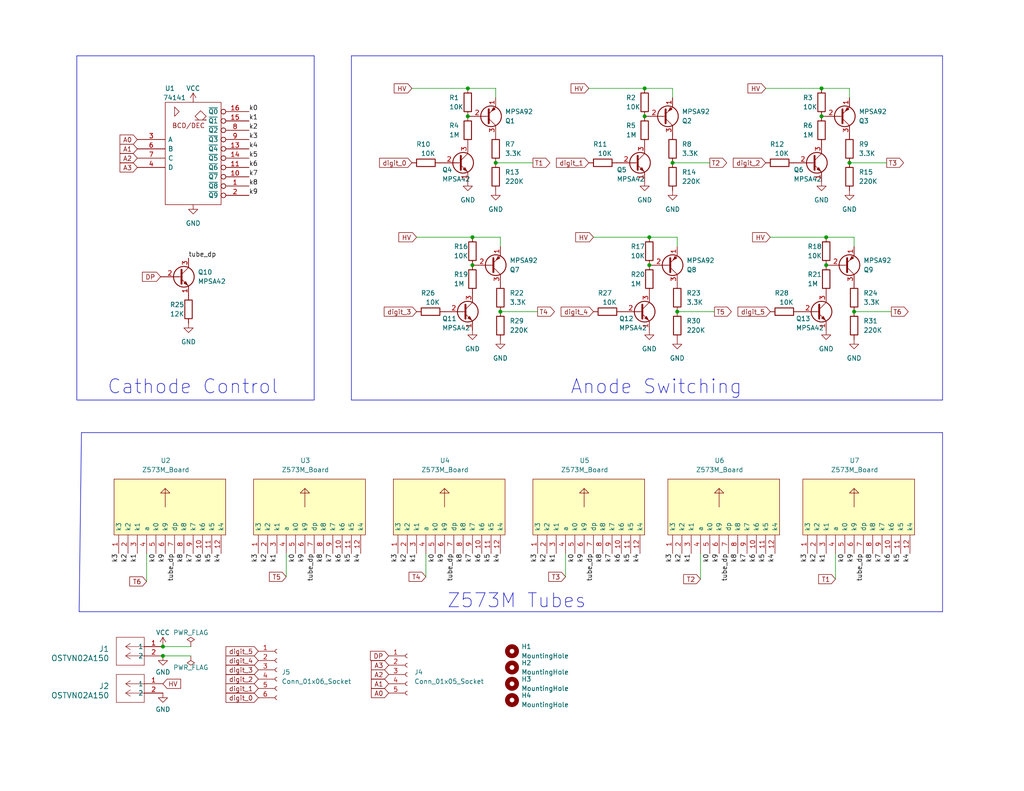
<source format=kicad_sch>
(kicad_sch (version 20230121) (generator eeschema)
  (paper "A")
  (title_block (title "Nixie 2.1 Six Multiplexed X57xM Tubes") (date "2023-01-07") (company "James Gallagher"))
  (lib_symbols
    (symbol "74xx_IEEE:74141" (pin_names (offset 0.762))
      (property "Reference" "U" (at 0 0 0))
      (property "Value" "74141" (at 7.62 -15.24 0))
      (symbol "74141_0_0"
        (polyline (pts (xy 3.556 9.144) (xy 3.048 9.144) (xy 3.048 9.144)))
        (polyline (pts (xy -5.08 12.7) (xy -5.08 10.16) (xy -3.81 11.43) (xy -5.08 12.7) (xy -5.08 12.7)))
        (polyline (pts (xy 2.54 9.144) (xy 3.556 10.16) (xy 2.032 11.684) (xy 0.508 10.16) (xy 1.524 9.144) (xy 0.508 9.144) (xy 3.556 9.144)))
        (text "BCD/DEC" (at -1.27 7.62 0) (effects (font (size 1.27 1.27))))
        (pin power_in line (at 0 -13.97 90) (length 0) hide (name "GND") (number "12"))
        (pin power_in line (at 0 13.97 270) (length 0) hide (name "VCC") (number "5"))
      )
      (symbol "74141_0_1"
        (rectangle (start -7.62 13.97) (end 7.62 -13.97))
      )
      (symbol "74141_1_1"
        (pin open_collector inverted (at 15.24 -8.89 180) (length 7.62) (name "~{Q8}") (number "1"))
        (pin open_collector inverted (at 15.24 -6.35 180) (length 7.62) (name "~{Q7}") (number "10"))
        (pin open_collector inverted (at 15.24 -3.81 180) (length 7.62) (name "~{Q6}") (number "11"))
        (pin open_collector inverted (at 15.24 1.27 180) (length 7.62) (name "~{Q4}") (number "13"))
        (pin open_collector inverted (at 15.24 -1.27 180) (length 7.62) (name "~{Q5}") (number "14"))
        (pin open_collector inverted (at 15.24 8.89 180) (length 7.62) (name "~{Q1}") (number "15"))
        (pin open_collector inverted (at 15.24 11.43 180) (length 7.62) (name "~{Q0}") (number "16"))
        (pin open_collector inverted (at 15.24 -11.43 180) (length 7.62) (name "~{Q9}") (number "2"))
        (pin input line (at -15.24 3.81 0) (length 7.62) (name "A") (number "3"))
        (pin input line (at -15.24 -3.81 0) (length 7.62) (name "D") (number "4"))
        (pin input line (at -15.24 1.27 0) (length 7.62) (name "B") (number "6"))
        (pin input line (at -15.24 -1.27 0) (length 7.62) (name "C") (number "7"))
        (pin open_collector inverted (at 15.24 6.35 180) (length 7.62) (name "~{Q2}") (number "8"))
        (pin open_collector inverted (at 15.24 3.81 180) (length 7.62) (name "~{Q3}") (number "9"))
      )
    )
    (symbol "Connector:Conn_01x05_Socket" (pin_names (offset 1.016) hide)
      (property "Reference" "J" (at 0 7.62 0))
      (property "Value" "Conn_01x05_Socket" (at 0 -7.62 0))
      (symbol "Conn_01x05_Socket_1_1"
        (arc (start 0 -4.572) (mid -0.5058 -5.08) (end 0 -5.588) (stroke (width 0.1524)))
        (arc (start 0 -2.032) (mid -0.5058 -2.54) (end 0 -3.048) (stroke (width 0.1524)))
        (polyline (pts (xy -1.27 -5.08) (xy -0.508 -5.08)) (stroke (width 0.1524)))
        (polyline (pts (xy -1.27 -2.54) (xy -0.508 -2.54)) (stroke (width 0.1524)))
        (polyline (pts (xy -1.27 0) (xy -0.508 0)) (stroke (width 0.1524)))
        (polyline (pts (xy -1.27 2.54) (xy -0.508 2.54)) (stroke (width 0.1524)))
        (polyline (pts (xy -1.27 5.08) (xy -0.508 5.08)) (stroke (width 0.1524)))
        (arc (start 0 0.508) (mid -0.5058 0) (end 0 -0.508) (stroke (width 0.1524)))
        (arc (start 0 3.048) (mid -0.5058 2.54) (end 0 2.032) (stroke (width 0.1524)))
        (arc (start 0 5.588) (mid -0.5058 5.08) (end 0 4.572) (stroke (width 0.1524)))
        (pin passive line (at -5.08 5.08 0) (length 3.81) (name "Pin_1") (number "1"))
        (pin passive line (at -5.08 2.54 0) (length 3.81) (name "Pin_2") (number "2"))
        (pin passive line (at -5.08 0 0) (length 3.81) (name "Pin_3") (number "3"))
        (pin passive line (at -5.08 -2.54 0) (length 3.81) (name "Pin_4") (number "4"))
        (pin passive line (at -5.08 -5.08 0) (length 3.81) (name "Pin_5") (number "5"))
      )
    )
    (symbol "Connector:Conn_01x06_Socket" (pin_names (offset 1.016) hide)
      (property "Reference" "J" (at 0 7.62 0))
      (property "Value" "Conn_01x06_Socket" (at 0 -10.16 0))
      (symbol "Conn_01x06_Socket_1_1"
        (arc (start 0 -7.112) (mid -0.5058 -7.62) (end 0 -8.128) (stroke (width 0.1524)))
        (arc (start 0 -4.572) (mid -0.5058 -5.08) (end 0 -5.588) (stroke (width 0.1524)))
        (arc (start 0 -2.032) (mid -0.5058 -2.54) (end 0 -3.048) (stroke (width 0.1524)))
        (polyline (pts (xy -1.27 -7.62) (xy -0.508 -7.62)) (stroke (width 0.1524)))
        (polyline (pts (xy -1.27 -5.08) (xy -0.508 -5.08)) (stroke (width 0.1524)))
        (polyline (pts (xy -1.27 -2.54) (xy -0.508 -2.54)) (stroke (width 0.1524)))
        (polyline (pts (xy -1.27 0) (xy -0.508 0)) (stroke (width 0.1524)))
        (polyline (pts (xy -1.27 2.54) (xy -0.508 2.54)) (stroke (width 0.1524)))
        (polyline (pts (xy -1.27 5.08) (xy -0.508 5.08)) (stroke (width 0.1524)))
        (arc (start 0 0.508) (mid -0.5058 0) (end 0 -0.508) (stroke (width 0.1524)))
        (arc (start 0 3.048) (mid -0.5058 2.54) (end 0 2.032) (stroke (width 0.1524)))
        (arc (start 0 5.588) (mid -0.5058 5.08) (end 0 4.572) (stroke (width 0.1524)))
        (pin passive line (at -5.08 5.08 0) (length 3.81) (name "Pin_1") (number "1"))
        (pin passive line (at -5.08 2.54 0) (length 3.81) (name "Pin_2") (number "2"))
        (pin passive line (at -5.08 0 0) (length 3.81) (name "Pin_3") (number "3"))
        (pin passive line (at -5.08 -2.54 0) (length 3.81) (name "Pin_4") (number "4"))
        (pin passive line (at -5.08 -5.08 0) (length 3.81) (name "Pin_5") (number "5"))
        (pin passive line (at -5.08 -7.62 0) (length 3.81) (name "Pin_6") (number "6"))
      )
    )
    (symbol "Device:R" (pin_numbers hide) (pin_names (offset 0))
      (property "Reference" "R" (at 2.032 0 90))
      (property "Value" "R" (at 0 0 90))
      (symbol "R_0_1"
        (rectangle (start -1.016 -2.54) (end 1.016 2.54) (stroke (width 0.254)))
      )
      (symbol "R_1_1"
        (pin passive line (at 0 3.81 270) (length 1.27) (name "~") (number "1"))
        (pin passive line (at 0 -3.81 90) (length 1.27) (name "~") (number "2"))
      )
    )
    (symbol "Mechanical:MountingHole" (pin_names (offset 1.016))
      (property "Reference" "H" (at 0 5.08 0))
      (property "Value" "MountingHole" (at 0 3.175 0))
      (symbol "MountingHole_0_1"
        (circle (center 0 0) (radius 1.27) (stroke (width 1.27)))
      )
    )
    (symbol "OSTVN02A150_1" (pin_names (offset 0.254))
      (property "Reference" "J" (at 5.08 3.81 0))
      (property "Value" "OSTVN02A150" (at 1.27 -11.43 0))
      (symbol "OSTVN02A150_1_1_1"
        (polyline (pts (xy 5.08 -5.08) (xy 12.7 -5.08)) (stroke (width 0.127)))
        (polyline (pts (xy 5.08 2.54) (xy 5.08 -5.08)) (stroke (width 0.127)))
        (polyline (pts (xy 10.16 -2.54) (xy 5.08 -2.54)) (stroke (width 0.127)))
        (polyline (pts (xy 10.16 -2.54) (xy 8.89 -3.3867)) (stroke (width 0.127)))
        (polyline (pts (xy 10.16 -2.54) (xy 8.89 -1.6933)) (stroke (width 0.127)))
        (polyline (pts (xy 10.16 0) (xy 5.08 0)) (stroke (width 0.127)))
        (polyline (pts (xy 10.16 0) (xy 8.89 -0.8467)) (stroke (width 0.127)))
        (polyline (pts (xy 10.16 0) (xy 8.89 0.8467)) (stroke (width 0.127)))
        (polyline (pts (xy 12.7 -5.08) (xy 12.7 2.54)) (stroke (width 0.127)))
        (polyline (pts (xy 12.7 2.54) (xy 5.08 2.54)) (stroke (width 0.127)))
        (pin passive line (at 0 0 0) (length 5.08) (name "1") (number "1"))
        (pin passive line (at 0 -2.54 0) (length 5.08) (name "2") (number "2"))
      )
      (symbol "OSTVN02A150_1_1_2"
        (polyline (pts (xy 5.08 -5.08) (xy 12.7 -5.08)) (stroke (width 0.127)))
        (polyline (pts (xy 5.08 2.54) (xy 5.08 -5.08)) (stroke (width 0.127)))
        (polyline (pts (xy 7.62 -2.54) (xy 5.08 -2.54)) (stroke (width 0.127)))
        (polyline (pts (xy 7.62 -2.54) (xy 8.89 -3.3867)) (stroke (width 0.127)))
        (polyline (pts (xy 7.62 -2.54) (xy 8.89 -1.6933)) (stroke (width 0.127)))
        (polyline (pts (xy 7.62 0) (xy 5.08 0)) (stroke (width 0.127)))
        (polyline (pts (xy 7.62 0) (xy 8.89 -0.8467)) (stroke (width 0.127)))
        (polyline (pts (xy 7.62 0) (xy 8.89 0.8467)) (stroke (width 0.127)))
        (polyline (pts (xy 12.7 -5.08) (xy 12.7 2.54)) (stroke (width 0.127)))
        (polyline (pts (xy 12.7 2.54) (xy 5.08 2.54)) (stroke (width 0.127)))
        (pin unspecified line (at 0 0 0) (length 5.08) (name "1") (number "1"))
        (pin unspecified line (at 0 -2.54 0) (length 5.08) (name "2") (number "2"))
      )
    )
    (symbol "Z573M_Board_1" (pin_names (offset 1.016))
      (property "Reference" "U" (at -10.16 8.89 0))
      (property "Value" "Z573M_Board_1" (at 0 -15.24 0))
      (symbol "Z573M_Board_1_0_0"
        (polyline (pts (xy 0 0) (xy 0 5.08) (xy 1.27 3.81) (xy 0 5.08) (xy -1.27 3.81) (xy 1.27 3.81)))
      )
      (symbol "Z573M_Board_1_0_1"
        (rectangle (start -13.97 7.62) (end 16.51 -7.62) (fill (type background)))
      )
      (symbol "Z573M_Board_1_1_1"
        (pin bidirectional line (at -12.7 -12.7 90) (length 5.08) (name "k3") (number "1"))
        (pin bidirectional line (at 10.16 -12.7 90) (length 5.08) (name "k6") (number "10"))
        (pin bidirectional line (at 12.7 -12.7 90) (length 5.08) (name "k5") (number "11"))
        (pin bidirectional line (at 15.24 -12.7 90) (length 5.08) (name "k4") (number "12"))
        (pin bidirectional line (at -10.16 -12.7 90) (length 5.08) (name "k2") (number "2"))
        (pin bidirectional line (at -7.62 -12.7 90) (length 5.08) (name "k1") (number "3"))
        (pin input line (at -5.08 -12.7 90) (length 5.08) (name "a") (number "4"))
        (pin bidirectional line (at -2.54 -12.7 90) (length 5.08) (name "k0") (number "5"))
        (pin bidirectional line (at 0 -12.7 90) (length 5.08) (name "k9") (number "6"))
        (pin bidirectional line (at 2.54 -12.7 90) (length 5.08) (name "dp") (number "7"))
        (pin bidirectional line (at 5.08 -12.7 90) (length 5.08) (name "k8") (number "8"))
        (pin bidirectional line (at 7.62 -12.7 90) (length 5.08) (name "k7") (number "9"))
      )
    )
    (symbol "Z573M_Board_2" (pin_names (offset 1.016))
      (property "Reference" "U" (at -10.16 8.89 0))
      (property "Value" "Z573M_Board_2" (at 0 -15.24 0))
      (symbol "Z573M_Board_2_0_0"
        (polyline (pts (xy 0 0) (xy 0 5.08) (xy 1.27 3.81) (xy 0 5.08) (xy -1.27 3.81) (xy 1.27 3.81)))
      )
      (symbol "Z573M_Board_2_0_1"
        (rectangle (start -13.97 7.62) (end 16.51 -7.62) (fill (type background)))
      )
      (symbol "Z573M_Board_2_1_1"
        (pin bidirectional line (at -12.7 -12.7 90) (length 5.08) (name "k3") (number "1"))
        (pin bidirectional line (at 10.16 -12.7 90) (length 5.08) (name "k6") (number "10"))
        (pin bidirectional line (at 12.7 -12.7 90) (length 5.08) (name "k5") (number "11"))
        (pin bidirectional line (at 15.24 -12.7 90) (length 5.08) (name "k4") (number "12"))
        (pin bidirectional line (at -10.16 -12.7 90) (length 5.08) (name "k2") (number "2"))
        (pin bidirectional line (at -7.62 -12.7 90) (length 5.08) (name "k1") (number "3"))
        (pin input line (at -5.08 -12.7 90) (length 5.08) (name "a") (number "4"))
        (pin bidirectional line (at -2.54 -12.7 90) (length 5.08) (name "k0") (number "5"))
        (pin bidirectional line (at 0 -12.7 90) (length 5.08) (name "k9") (number "6"))
        (pin bidirectional line (at 2.54 -12.7 90) (length 5.08) (name "dp") (number "7"))
        (pin bidirectional line (at 5.08 -12.7 90) (length 5.08) (name "k8") (number "8"))
        (pin bidirectional line (at 7.62 -12.7 90) (length 5.08) (name "k7") (number "9"))
      )
    )
    (symbol "Z573M_Board_3" (pin_names (offset 1.016))
      (property "Reference" "U" (at -10.16 8.89 0))
      (property "Value" "Z573M_Board_3" (at 0 -15.24 0))
      (symbol "Z573M_Board_3_0_0"
        (polyline (pts (xy 0 0) (xy 0 5.08) (xy 1.27 3.81) (xy 0 5.08) (xy -1.27 3.81) (xy 1.27 3.81)))
      )
      (symbol "Z573M_Board_3_0_1"
        (rectangle (start -13.97 7.62) (end 16.51 -7.62) (fill (type background)))
      )
      (symbol "Z573M_Board_3_1_1"
        (pin bidirectional line (at -12.7 -12.7 90) (length 5.08) (name "k3") (number "1"))
        (pin bidirectional line (at 10.16 -12.7 90) (length 5.08) (name "k6") (number "10"))
        (pin bidirectional line (at 12.7 -12.7 90) (length 5.08) (name "k5") (number "11"))
        (pin bidirectional line (at 15.24 -12.7 90) (length 5.08) (name "k4") (number "12"))
        (pin bidirectional line (at -10.16 -12.7 90) (length 5.08) (name "k2") (number "2"))
        (pin bidirectional line (at -7.62 -12.7 90) (length 5.08) (name "k1") (number "3"))
        (pin input line (at -5.08 -12.7 90) (length 5.08) (name "a") (number "4"))
        (pin bidirectional line (at -2.54 -12.7 90) (length 5.08) (name "k0") (number "5"))
        (pin bidirectional line (at 0 -12.7 90) (length 5.08) (name "k9") (number "6"))
        (pin bidirectional line (at 2.54 -12.7 90) (length 5.08) (name "dp") (number "7"))
        (pin bidirectional line (at 5.08 -12.7 90) (length 5.08) (name "k8") (number "8"))
        (pin bidirectional line (at 7.62 -12.7 90) (length 5.08) (name "k7") (number "9"))
      )
    )
    (symbol "Z573M_Board_4" (pin_names (offset 1.016))
      (property "Reference" "U" (at -10.16 8.89 0))
      (property "Value" "Z573M_Board_4" (at 0 -15.24 0))
      (symbol "Z573M_Board_4_0_0"
        (polyline (pts (xy 0 0) (xy 0 5.08) (xy 1.27 3.81) (xy 0 5.08) (xy -1.27 3.81) (xy 1.27 3.81)))
      )
      (symbol "Z573M_Board_4_0_1"
        (rectangle (start -13.97 7.62) (end 16.51 -7.62) (fill (type background)))
      )
      (symbol "Z573M_Board_4_1_1"
        (pin bidirectional line (at -12.7 -12.7 90) (length 5.08) (name "k3") (number "1"))
        (pin bidirectional line (at 10.16 -12.7 90) (length 5.08) (name "k6") (number "10"))
        (pin bidirectional line (at 12.7 -12.7 90) (length 5.08) (name "k5") (number "11"))
        (pin bidirectional line (at 15.24 -12.7 90) (length 5.08) (name "k4") (number "12"))
        (pin bidirectional line (at -10.16 -12.7 90) (length 5.08) (name "k2") (number "2"))
        (pin bidirectional line (at -7.62 -12.7 90) (length 5.08) (name "k1") (number "3"))
        (pin input line (at -5.08 -12.7 90) (length 5.08) (name "a") (number "4"))
        (pin bidirectional line (at -2.54 -12.7 90) (length 5.08) (name "k0") (number "5"))
        (pin bidirectional line (at 0 -12.7 90) (length 5.08) (name "k9") (number "6"))
        (pin bidirectional line (at 2.54 -12.7 90) (length 5.08) (name "dp") (number "7"))
        (pin bidirectional line (at 5.08 -12.7 90) (length 5.08) (name "k8") (number "8"))
        (pin bidirectional line (at 7.62 -12.7 90) (length 5.08) (name "k7") (number "9"))
      )
    )
    (symbol "Z573M_Board_5" (pin_names (offset 1.016))
      (property "Reference" "U" (at -10.16 8.89 0))
      (property "Value" "Z573M_Board_5" (at 0 -15.24 0))
      (symbol "Z573M_Board_5_0_0"
        (polyline (pts (xy 0 0) (xy 0 5.08) (xy 1.27 3.81) (xy 0 5.08) (xy -1.27 3.81) (xy 1.27 3.81)))
      )
      (symbol "Z573M_Board_5_0_1"
        (rectangle (start -13.97 7.62) (end 16.51 -7.62) (fill (type background)))
      )
      (symbol "Z573M_Board_5_1_1"
        (pin bidirectional line (at -12.7 -12.7 90) (length 5.08) (name "k3") (number "1"))
        (pin bidirectional line (at 10.16 -12.7 90) (length 5.08) (name "k6") (number "10"))
        (pin bidirectional line (at 12.7 -12.7 90) (length 5.08) (name "k5") (number "11"))
        (pin bidirectional line (at 15.24 -12.7 90) (length 5.08) (name "k4") (number "12"))
        (pin bidirectional line (at -10.16 -12.7 90) (length 5.08) (name "k2") (number "2"))
        (pin bidirectional line (at -7.62 -12.7 90) (length 5.08) (name "k1") (number "3"))
        (pin input line (at -5.08 -12.7 90) (length 5.08) (name "a") (number "4"))
        (pin bidirectional line (at -2.54 -12.7 90) (length 5.08) (name "k0") (number "5"))
        (pin bidirectional line (at 0 -12.7 90) (length 5.08) (name "k9") (number "6"))
        (pin bidirectional line (at 2.54 -12.7 90) (length 5.08) (name "dp") (number "7"))
        (pin bidirectional line (at 5.08 -12.7 90) (length 5.08) (name "k8") (number "8"))
        (pin bidirectional line (at 7.62 -12.7 90) (length 5.08) (name "k7") (number "9"))
      )
    )
    (symbol "nixie-tube-clock-2.1:MPSA42" (pin_names (offset 1.016) hide)
      (property "Reference" "Q" (at 5.08 1.905 0))
      (property "Value" "MPSA42" (at 5.08 0 0))
      (symbol "MPSA42_0_1"
        (polyline (pts (xy 0 0) (xy 0.635 0)))
        (polyline (pts (xy 0.635 0.635) (xy 2.54 2.54)))
        (polyline (pts (xy 0.635 -0.635) (xy 2.54 -2.54) (xy 2.54 -2.54)))
        (polyline (pts (xy 0.635 1.905) (xy 0.635 -1.905) (xy 0.635 -1.905)) (stroke (width 0.508)))
        (polyline (pts (xy 1.27 -1.778) (xy 1.778 -1.27) (xy 2.286 -2.286) (xy 1.27 -1.778) (xy 1.27 -1.778)) (fill (type outline)))
        (circle (center 1.27 0) (radius 2.8194) (stroke (width 0.254)))
      )
      (symbol "MPSA42_1_1"
        (pin passive line (at 2.54 -5.08 90) (length 2.54) (name "E") (number "1"))
        (pin input line (at -5.08 0 0) (length 5.08) (name "B") (number "2"))
        (pin passive line (at 2.54 5.08 270) (length 2.54) (name "C") (number "3"))
      )
    )
    (symbol "nixie-tube-clock-2.1:MPSA92" (pin_names (offset 1.016) hide)
      (property "Reference" "Q" (at 5.08 1.905 0))
      (property "Value" "MPSA92" (at 5.08 0 0))
      (symbol "MPSA92_0_1"
        (polyline (pts (xy 0 0) (xy 0.635 0)))
        (polyline (pts (xy 2.54 -2.54) (xy 0.635 -0.635)))
        (polyline (pts (xy 2.54 2.54) (xy 0.635 0.635)))
        (polyline (pts (xy 0.635 1.905) (xy 0.635 -1.905) (xy 0.635 -1.905)) (stroke (width 0.508)) (fill (type outline)))
        (polyline (pts (xy 1.905 -2.413) (xy 2.413 -1.905) (xy 1.397 -1.397) (xy 1.905 -2.413) (xy 1.905 -2.413)) (fill (type outline)))
        (circle (center 1.27 0) (radius 2.8194) (stroke (width 0.254)))
      )
      (symbol "MPSA92_1_1"
        (pin passive line (at 2.54 -5.08 90) (length 2.54) (name "E") (number "1"))
        (pin input line (at -5.08 0 0) (length 5.08) (name "B") (number "2"))
        (pin passive line (at 2.54 5.08 270) (length 2.54) (name "C") (number "3"))
      )
    )
    (symbol "nixie-tube-clock-2.1:OSTVN02A150" (pin_names (offset 0.254))
      (property "Reference" "J" (at 5.08 3.81 0))
      (property "Value" "OSTVN02A150" (at 1.27 -11.43 0))
      (symbol "OSTVN02A150_1_1"
        (polyline (pts (xy 5.08 -5.08) (xy 12.7 -5.08)) (stroke (width 0.127)))
        (polyline (pts (xy 5.08 2.54) (xy 5.08 -5.08)) (stroke (width 0.127)))
        (polyline (pts (xy 10.16 -2.54) (xy 5.08 -2.54)) (stroke (width 0.127)))
        (polyline (pts (xy 10.16 -2.54) (xy 8.89 -3.3867)) (stroke (width 0.127)))
        (polyline (pts (xy 10.16 -2.54) (xy 8.89 -1.6933)) (stroke (width 0.127)))
        (polyline (pts (xy 10.16 0) (xy 5.08 0)) (stroke (width 0.127)))
        (polyline (pts (xy 10.16 0) (xy 8.89 -0.8467)) (stroke (width 0.127)))
        (polyline (pts (xy 10.16 0) (xy 8.89 0.8467)) (stroke (width 0.127)))
        (polyline (pts (xy 12.7 -5.08) (xy 12.7 2.54)) (stroke (width 0.127)))
        (polyline (pts (xy 12.7 2.54) (xy 5.08 2.54)) (stroke (width 0.127)))
        (pin passive line (at 0 0 0) (length 5.08) (name "1") (number "1"))
        (pin passive line (at 0 -2.54 0) (length 5.08) (name "2") (number "2"))
      )
      (symbol "OSTVN02A150_1_2"
        (polyline (pts (xy 5.08 -5.08) (xy 12.7 -5.08)) (stroke (width 0.127)))
        (polyline (pts (xy 5.08 2.54) (xy 5.08 -5.08)) (stroke (width 0.127)))
        (polyline (pts (xy 7.62 -2.54) (xy 5.08 -2.54)) (stroke (width 0.127)))
        (polyline (pts (xy 7.62 -2.54) (xy 8.89 -3.3867)) (stroke (width 0.127)))
        (polyline (pts (xy 7.62 -2.54) (xy 8.89 -1.6933)) (stroke (width 0.127)))
        (polyline (pts (xy 7.62 0) (xy 5.08 0)) (stroke (width 0.127)))
        (polyline (pts (xy 7.62 0) (xy 8.89 -0.8467)) (stroke (width 0.127)))
        (polyline (pts (xy 7.62 0) (xy 8.89 0.8467)) (stroke (width 0.127)))
        (polyline (pts (xy 12.7 -5.08) (xy 12.7 2.54)) (stroke (width 0.127)))
        (polyline (pts (xy 12.7 2.54) (xy 5.08 2.54)) (stroke (width 0.127)))
        (pin unspecified line (at 0 0 0) (length 5.08) (name "1") (number "1"))
        (pin unspecified line (at 0 -2.54 0) (length 5.08) (name "2") (number "2"))
      )
    )
    (symbol "nixie-tube-clock-2.1:Z573M_Board" (pin_names (offset 1.016))
      (property "Reference" "U" (at -10.16 8.89 0))
      (property "Value" "Z573M_Board" (at 0 -15.24 0))
      (symbol "Z573M_Board_0_0"
        (polyline (pts (xy 0 0) (xy 0 5.08) (xy 1.27 3.81) (xy 0 5.08) (xy -1.27 3.81) (xy 1.27 3.81)))
      )
      (symbol "Z573M_Board_0_1"
        (rectangle (start -13.97 7.62) (end 16.51 -7.62) (fill (type background)))
      )
      (symbol "Z573M_Board_1_1"
        (pin bidirectional line (at -12.7 -12.7 90) (length 5.08) (name "k3") (number "1"))
        (pin bidirectional line (at 10.16 -12.7 90) (length 5.08) (name "k6") (number "10"))
        (pin bidirectional line (at 12.7 -12.7 90) (length 5.08) (name "k5") (number "11"))
        (pin bidirectional line (at 15.24 -12.7 90) (length 5.08) (name "k4") (number "12"))
        (pin bidirectional line (at -10.16 -12.7 90) (length 5.08) (name "k2") (number "2"))
        (pin bidirectional line (at -7.62 -12.7 90) (length 5.08) (name "k1") (number "3"))
        (pin input line (at -5.08 -12.7 90) (length 5.08) (name "a") (number "4"))
        (pin bidirectional line (at -2.54 -12.7 90) (length 5.08) (name "k0") (number "5"))
        (pin bidirectional line (at 0 -12.7 90) (length 5.08) (name "k9") (number "6"))
        (pin bidirectional line (at 2.54 -12.7 90) (length 5.08) (name "dp") (number "7"))
        (pin bidirectional line (at 5.08 -12.7 90) (length 5.08) (name "k8") (number "8"))
        (pin bidirectional line (at 7.62 -12.7 90) (length 5.08) (name "k7") (number "9"))
      )
    )
    (symbol "power:GND" (power) (pin_names (offset 0))
      (property "Value" "GND" (at 0 -3.81 0))
      (symbol "GND_0_1"
        (polyline (pts (xy 0 0) (xy 0 -1.27) (xy 1.27 -1.27) (xy 0 -2.54) (xy -1.27 -1.27) (xy 0 -1.27)))
      )
      (symbol "GND_1_1"
        (pin power_in line (at 0 0 270) (length 0) hide (name "GND") (number "1"))
      )
    )
    (symbol "power:PWR_FLAG" (power) (pin_numbers hide) (pin_names (offset 0) hide)
      (property "Value" "PWR_FLAG" (at 0 3.81 0))
      (symbol "PWR_FLAG_0_0"
        (pin power_out line (at 0 0 90) (length 0) (name "pwr") (number "1"))
      )
      (symbol "PWR_FLAG_0_1"
        (polyline (pts (xy 0 0) (xy 0 1.27) (xy -1.016 1.905) (xy 0 2.54) (xy 1.016 1.905) (xy 0 1.27)))
      )
    )
    (symbol "power:VCC" (power) (pin_names (offset 0))
      (property "Value" "VCC" (at 0 3.81 0))
      (symbol "VCC_0_1"
        (polyline (pts (xy -0.762 1.27) (xy 0 2.54)))
        (polyline (pts (xy 0 0) (xy 0 2.54)))
        (polyline (pts (xy 0 2.54) (xy 0.762 1.27)))
      )
      (symbol "VCC_1_1"
        (pin power_in line (at 0 0 90) (length 0) hide (name "VCC") (number "1"))
      )
    )
  )
  (junction (at 44.45 179.07))
  (junction (at 184.785 85.09))
  (junction (at 135.255 44.45))
  (junction (at 231.775 44.45))
  (junction (at 175.895 24.13))
  (junction (at 127.635 24.13))
  (junction (at 136.525 85.09))
  (junction (at 183.515 44.45))
  (junction (at 128.905 64.77))
  (junction (at 44.45 176.53))
  (junction (at 233.045 85.09))
  (junction (at 175.895 31.75))
  (junction (at 224.155 31.75))
  (junction (at 177.165 64.77))
  (junction (at 225.425 64.77))
  (junction (at 177.165 72.39))
  (junction (at 127.635 31.75))
  (junction (at 225.425 72.39))
  (junction (at 128.905 72.39))
  (junction (at 224.155 24.13))
  (polyline (pts (xy 257.175 118.11) (xy 257.175 167.005)))
  (wire (pts (xy 161.925 64.77) (xy 177.165 64.77)))
  (wire (pts (xy 113.665 64.77) (xy 128.905 64.77)))
  (wire (pts (xy 40.005 151.13) (xy 40.005 158.75)))
  (wire (pts (xy 183.515 24.13) (xy 183.515 26.67)))
  (wire (pts (xy 224.155 24.13) (xy 231.775 24.13)))
  (polyline (pts (xy 22.225 118.11) (xy 21.59 167.005)))
  (wire (pts (xy 44.45 179.07) (xy 52.07 179.07)))
  (wire (pts (xy 136.525 85.09) (xy 146.685 85.09)))
  (wire (pts (xy 116.205 151.13) (xy 116.205 157.48)))
  (wire (pts (xy 231.775 44.45) (xy 241.935 44.45)))
  (wire (pts (xy 112.395 24.13) (xy 127.635 24.13)))
  (wire (pts (xy 135.255 44.45) (xy 145.415 44.45)))
  (polyline (pts (xy 95.885 15.24) (xy 95.885 109.22)))
  (wire (pts (xy 191.135 151.13) (xy 191.135 158.115)))
  (wire (pts (xy 210.185 64.77) (xy 225.425 64.77)))
  (polyline (pts (xy 257.175 167.005) (xy 21.59 167.005)))
  (wire (pts (xy 225.425 64.77) (xy 233.045 64.77)))
  (wire (pts (xy 44.45 176.53) (xy 52.07 176.53)))
  (wire (pts (xy 227.965 151.13) (xy 227.965 158.115)))
  (wire (pts (xy 184.785 85.09) (xy 194.945 85.09)))
  (wire (pts (xy 231.775 24.13) (xy 231.775 26.67)))
  (polyline (pts (xy 257.175 15.24) (xy 257.175 109.22)))
  (wire (pts (xy 160.655 24.13) (xy 175.895 24.13)))
  (wire (pts (xy 136.525 64.77) (xy 136.525 67.31)))
  (polyline (pts (xy 20.955 15.24) (xy 20.955 109.22)))
  (wire (pts (xy 183.515 44.45) (xy 193.675 44.45)))
  (wire (pts (xy 208.915 24.13) (xy 224.155 24.13)))
  (wire (pts (xy 233.045 85.09) (xy 243.205 85.09)))
  (wire (pts (xy 135.255 24.13) (xy 135.255 26.67)))
  (wire (pts (xy 175.895 24.13) (xy 183.515 24.13)))
  (polyline (pts (xy 85.725 15.24) (xy 20.955 15.24)))
  (wire (pts (xy 154.305 151.13) (xy 154.305 157.48)))
  (wire (pts (xy 184.785 64.77) (xy 184.785 67.31)))
  (polyline (pts (xy 20.955 109.22) (xy 85.725 109.22)))
  (polyline (pts (xy 257.175 109.22) (xy 95.885 109.22)))
  (polyline (pts (xy 85.725 15.24) (xy 85.725 109.22)))
  (wire (pts (xy 128.905 64.77) (xy 136.525 64.77)))
  (wire (pts (xy 233.045 64.77) (xy 233.045 67.31)))
  (polyline (pts (xy 95.885 15.24) (xy 257.175 15.24)))
  (polyline (pts (xy 22.225 118.11) (xy 257.175 118.11)))
  (wire (pts (xy 177.165 64.77) (xy 184.785 64.77)))
  (wire (pts (xy 127.635 24.13) (xy 135.255 24.13)))
  (wire (pts (xy 78.105 151.13) (xy 78.105 157.48)))
  (text "Z573M Tubes" (at 121.92 166.37 0) (effects (font (size 3.81 3.81)) (justify left bottom)))
  (text "Anode Switching" (at 155.575 107.95 0) (effects (font (size 3.81 3.81)) (justify left bottom)))
  (text "Cathode Control\n" (at 29.21 107.95 0) (effects (font (size 3.81 3.81)) (justify left bottom)))
  (label "k2" (at 111.125 151.13 270))
  (label "k1" (at 113.665 151.13 270))
  (label "k3" (at 108.585 151.13 270))
  (label "k6" (at 131.445 151.13 270))
  (label "k0" (at 118.745 151.13 270))
  (label "k7" (at 128.905 151.13 270))
  (label "k9" (at 45.085 151.13 270))
  (label "tube_dp" (at 51.435 70.485 0))
  (label "k6" (at 55.245 151.13 270))
  (label "k4" (at 98.425 151.13 270))
  (label "k0" (at 67.945 30.48 0))
  (label "tube_dp" (at 47.625 151.13 270))
  (label "k6" (at 206.375 151.13 270))
  (label "k8" (at 201.295 151.13 270))
  (label "k8" (at 50.165 151.13 270))
  (label "k2" (at 34.925 151.13 270))
  (label "k1" (at 188.595 151.13 270))
  (label "k6" (at 67.945 45.72 0))
  (label "k8" (at 164.465 151.13 270))
  (label "k8" (at 126.365 151.13 270))
  (label "k1" (at 67.945 33.02 0))
  (label "tube_dp" (at 123.825 151.13 270))
  (label "k0" (at 193.675 151.13 270))
  (label "k8" (at 238.125 151.13 270))
  (label "k5" (at 245.745 151.13 270))
  (label "k6" (at 169.545 151.13 270))
  (label "k7" (at 90.805 151.13 270))
  (label "k8" (at 67.945 50.8 0))
  (label "k9" (at 83.185 151.13 270))
  (label "k5" (at 172.085 151.13 270))
  (label "k5" (at 67.945 43.18 0))
  (label "k4" (at 60.325 151.13 270))
  (label "k0" (at 230.505 151.13 270))
  (label "k2" (at 67.945 35.56 0))
  (label "k1" (at 151.765 151.13 270))
  (label "k4" (at 67.945 40.64 0))
  (label "k3" (at 32.385 151.13 270))
  (label "k9" (at 233.045 151.13 270))
  (label "k7" (at 167.005 151.13 270))
  (label "k2" (at 149.225 151.13 270))
  (label "k9" (at 196.215 151.13 270))
  (label "k9" (at 159.385 151.13 270))
  (label "k4" (at 174.625 151.13 270))
  (label "k1" (at 225.425 151.13 270))
  (label "k0" (at 156.845 151.13 270))
  (label "k9" (at 67.945 53.34 0))
  (label "k3" (at 220.345 151.13 270))
  (label "k4" (at 211.455 151.13 270))
  (label "k4" (at 248.285 151.13 270))
  (label "tube_dp" (at 198.755 151.13 270))
  (label "k7" (at 240.665 151.13 270))
  (label "k2" (at 186.055 151.13 270))
  (label "k3" (at 70.485 151.13 270))
  (label "k6" (at 93.345 151.13 270))
  (label "k7" (at 203.835 151.13 270))
  (label "tube_dp" (at 161.925 151.13 270))
  (label "k5" (at 95.885 151.13 270))
  (label "k3" (at 146.685 151.13 270))
  (label "k5" (at 133.985 151.13 270))
  (label "k8" (at 88.265 151.13 270))
  (label "tube_dp" (at 85.725 151.13 270))
  (label "k3" (at 183.515 151.13 270))
  (label "k5" (at 57.785 151.13 270))
  (label "k1" (at 75.565 151.13 270))
  (label "k2" (at 222.885 151.13 270))
  (label "tube_dp" (at 235.585 151.13 270))
  (label "k1" (at 37.465 151.13 270))
  (label "k0" (at 42.545 151.13 270))
  (label "k6" (at 243.205 151.13 270))
  (label "k9" (at 121.285 151.13 270))
  (label "k5" (at 208.915 151.13 270))
  (label "k3" (at 67.945 38.1 0))
  (label "k0" (at 80.645 151.13 270))
  (label "k4" (at 136.525 151.13 270))
  (label "k2" (at 73.025 151.13 270))
  (label "k7" (at 67.945 48.26 0))
  (label "k7" (at 52.705 151.13 270))
  (global_label "HV" (shape input) (at 208.915 24.13 180) (property "Intersheetrefs" "${INTERSHEET_REFS}" (effects hide)))
  (global_label "digit_4" (shape input) (at 70.485 180.34 180) (property "Intersheetrefs" "${INTERSHEET_REFS}" (effects hide)))
  (global_label "A0" (shape input) (at 106.045 189.23 180) (property "Intersheetrefs" "${INTERSHEET_REFS}" (effects hide)))
  (global_label "A1" (shape input) (at 37.465 40.64 180) (property "Intersheetrefs" "${INTERSHEET_REFS}" (effects hide)))
  (global_label "A2" (shape input) (at 106.045 184.15 180) (property "Intersheetrefs" "${INTERSHEET_REFS}" (effects hide)))
  (global_label "digit_3" (shape input) (at 113.665 85.09 180) (property "Intersheetrefs" "${INTERSHEET_REFS}" (effects hide)))
  (global_label "HV" (shape input) (at 161.925 64.77 180) (property "Intersheetrefs" "${INTERSHEET_REFS}" (effects hide)))
  (global_label "HV" (shape input) (at 113.665 64.77 180) (property "Intersheetrefs" "${INTERSHEET_REFS}" (effects hide)))
  (global_label "HV" (shape input) (at 210.185 64.77 180) (property "Intersheetrefs" "${INTERSHEET_REFS}" (effects hide)))
  (global_label "digit_0" (shape input) (at 70.485 190.5 180) (property "Intersheetrefs" "${INTERSHEET_REFS}" (effects hide)))
  (global_label "digit_4" (shape input) (at 161.925 85.09 180) (property "Intersheetrefs" "${INTERSHEET_REFS}" (effects hide)))
  (global_label "A1" (shape input) (at 106.045 186.69 180) (property "Intersheetrefs" "${INTERSHEET_REFS}" (effects hide)))
  (global_label "A3" (shape input) (at 106.045 181.61 180) (property "Intersheetrefs" "${INTERSHEET_REFS}" (effects hide)))
  (global_label "digit_1" (shape input) (at 70.485 187.96 180) (property "Intersheetrefs" "${INTERSHEET_REFS}" (effects hide)))
  (global_label "digit_1" (shape input) (at 160.655 44.45 180) (property "Intersheetrefs" "${INTERSHEET_REFS}" (effects hide)))
  (global_label "digit_5" (shape input) (at 70.485 177.8 180) (property "Intersheetrefs" "${INTERSHEET_REFS}" (effects hide)))
  (global_label "T5" (shape input) (at 78.105 157.48 180) (property "Intersheetrefs" "${INTERSHEET_REFS}" (effects hide)))
  (global_label "T6" (shape output) (at 243.205 85.09 0) (property "Intersheetrefs" "${INTERSHEET_REFS}" (effects hide)))
  (global_label "T5" (shape output) (at 194.945 85.09 0) (property "Intersheetrefs" "${INTERSHEET_REFS}" (effects hide)))
  (global_label "A3" (shape input) (at 37.465 45.72 180) (property "Intersheetrefs" "${INTERSHEET_REFS}" (effects hide)))
  (global_label "digit_3" (shape input) (at 70.485 182.88 180) (property "Intersheetrefs" "${INTERSHEET_REFS}" (effects hide)))
  (global_label "T3" (shape output) (at 241.935 44.45 0) (property "Intersheetrefs" "${INTERSHEET_REFS}" (effects hide)))
  (global_label "T6" (shape input) (at 40.005 158.75 180) (property "Intersheetrefs" "${INTERSHEET_REFS}" (effects hide)))
  (global_label "HV" (shape input) (at 112.395 24.13 180) (property "Intersheetrefs" "${INTERSHEET_REFS}" (effects hide)))
  (global_label "A0" (shape input) (at 37.465 38.1 180) (property "Intersheetrefs" "${INTERSHEET_REFS}" (effects hide)))
  (global_label "T2" (shape output) (at 193.675 44.45 0) (property "Intersheetrefs" "${INTERSHEET_REFS}" (effects hide)))
  (global_label "DP" (shape input) (at 106.045 179.07 180) (property "Intersheetrefs" "${INTERSHEET_REFS}" (effects hide)))
  (global_label "DP" (shape input) (at 43.815 75.565 180) (property "Intersheetrefs" "${INTERSHEET_REFS}" (effects hide)))
  (global_label "T3" (shape input) (at 154.305 157.48 180) (property "Intersheetrefs" "${INTERSHEET_REFS}" (effects hide)))
  (global_label "digit_0" (shape input) (at 112.395 44.45 180) (property "Intersheetrefs" "${INTERSHEET_REFS}" (effects hide)))
  (global_label "T1" (shape output) (at 145.415 44.45 0) (property "Intersheetrefs" "${INTERSHEET_REFS}" (effects hide)))
  (global_label "digit_2" (shape input) (at 70.485 185.42 180) (property "Intersheetrefs" "${INTERSHEET_REFS}" (effects hide)))
  (global_label "HV" (shape input) (at 44.45 186.69 0) (property "Intersheetrefs" "${INTERSHEET_REFS}" (effects hide)))
  (global_label "digit_2" (shape input) (at 208.915 44.45 180) (property "Intersheetrefs" "${INTERSHEET_REFS}" (effects hide)))
  (global_label "T4" (shape output) (at 146.685 85.09 0) (property "Intersheetrefs" "${INTERSHEET_REFS}" (effects hide)))
  (global_label "digit_5" (shape input) (at 210.185 85.09 180) (property "Intersheetrefs" "${INTERSHEET_REFS}" (effects hide)))
  (global_label "T4" (shape input) (at 116.205 157.48 180) (property "Intersheetrefs" "${INTERSHEET_REFS}" (effects hide)))
  (global_label "HV" (shape input) (at 160.655 24.13 180) (property "Intersheetrefs" "${INTERSHEET_REFS}" (effects hide)))
  (global_label "A2" (shape input) (at 37.465 43.18 180) (property "Intersheetrefs" "${INTERSHEET_REFS}" (effects hide)))
  (global_label "T2" (shape input) (at 191.135 158.115 180) (property "Intersheetrefs" "${INTERSHEET_REFS}" (effects hide)))
  (global_label "T1" (shape input) (at 227.965 158.115 180) (property "Intersheetrefs" "${INTERSHEET_REFS}" (effects hide)))
  (symbol (lib_id "Device:R") (at 175.895 27.94 0) (unit 1)
    (property "Reference" "R2" (at 170.815 26.67 0) (effects (justify left)))
    (property "Value" "10K" (at 170.815 29.21 0) (effects (justify left)))
    (property "Footprint" "Resistor_THT:R_Axial_DIN0207_L6.3mm_D2.5mm_P7.62mm_Horizontal" (effects hide))
  )
  (symbol (lib_id "power:GND") (at 135.255 52.07 0) (unit 1)
    (property "Reference" "#PWR05" (effects hide))
    (property "Value" "GND" (at 135.255 57.15 0))
  )
  (symbol (lib_id "Mechanical:MountingHole") (at 139.7 177.8 0) (unit 1)
    (property "Reference" "H1" (at 142.24 176.5299 0) (effects (justify left)))
    (property "Value" "MountingHole" (at 142.24 179.0699 0) (effects (justify left)))
    (property "Footprint" "MountingHole:MountingHole_3mm" (effects hide))
  )
  (symbol (lib_id "power:GND") (at 225.425 90.17 0) (unit 1)
    (property "Reference" "#PWR012" (effects hide))
    (property "Value" "GND" (at 225.425 95.25 0))
  )
  (symbol (lib_id "nixie-tube-clock-2.1:MPSA92") (at 182.245 72.39 0) (mirror x) (unit 1)
    (property "Reference" "Q8" (at 187.325 73.6601 0) (effects (justify left)))
    (property "Value" "MPSA92" (at 187.325 71.1201 0) (effects (justify left)))
    (property "Footprint" "Package_TO_SOT_THT:TO-92_HandSolder" (effects hide))
    (property "Datasheet" "http://www.onsemi.com/pub_link/Collateral/MPSA92-D.PDF" (effects hide))
  )
  (symbol (lib_id "Device:R") (at 177.165 76.2 0) (unit 1)
    (property "Reference" "R20" (at 172.085 74.93 0) (effects (justify left)))
    (property "Value" "1M" (at 172.085 77.47 0) (effects (justify left)))
    (property "Footprint" "Resistor_THT:R_Axial_DIN0207_L6.3mm_D2.5mm_P7.62mm_Horizontal" (effects hide))
  )
  (symbol (lib_id "nixie-tube-clock-2.1:MPSA92") (at 132.715 31.75 0) (mirror x) (unit 1)
    (property "Reference" "Q1" (at 137.795 33.0201 0) (effects (justify left)))
    (property "Value" "MPSA92" (at 137.795 30.4801 0) (effects (justify left)))
    (property "Footprint" "Package_TO_SOT_THT:TO-92_HandSolder" (effects hide))
    (property "Datasheet" "http://www.onsemi.com/pub_link/Collateral/MPSA92-D.PDF" (effects hide))
  )
  (symbol (lib_id "Device:R") (at 116.205 44.45 90) (unit 1)
    (property "Reference" "R10" (at 117.475 39.37 90) (effects (justify left)))
    (property "Value" "10K" (at 118.745 41.91 90) (effects (justify left)))
    (property "Footprint" "Resistor_THT:R_Axial_DIN0207_L6.3mm_D2.5mm_P7.62mm_Horizontal" (effects hide))
  )
  (symbol (lib_id "power:GND") (at 183.515 52.07 0) (unit 1)
    (property "Reference" "#PWR06" (effects hide))
    (property "Value" "GND" (at 183.515 57.15 0))
  )
  (symbol (lib_id "power:GND") (at 127.635 49.53 0) (unit 1)
    (property "Reference" "#PWR02" (effects hide))
    (property "Value" "GND" (at 127.635 54.61 0))
  )
  (symbol (lib_id "Device:R") (at 231.775 40.64 0) (unit 1)
    (property "Reference" "R9" (at 234.315 39.37 0) (effects (justify left)))
    (property "Value" "3.3K" (at 234.315 41.91 0) (effects (justify left)))
    (property "Footprint" "Resistor_THT:R_Axial_DIN0207_L6.3mm_D2.5mm_P7.62mm_Horizontal" (effects hide))
  )
  (symbol (lib_name "Z573M_Board_4") (lib_id "nixie-tube-clock-2.1:Z573M_Board") (at 159.385 138.43 0) (unit 1)
    (property "Reference" "U5" (at 158.115 125.73 0) (effects (justify left)))
    (property "Value" "Z573M_Board" (at 153.035 128.27 0) (effects (justify left)))
    (property "Footprint" "nixie-2.1-footprints:Z573M_Board" (effects hide))
  )
  (symbol (lib_id "nixie-tube-clock-2.1:MPSA42") (at 174.625 85.09 0) (unit 1)
    (property "Reference" "Q12" (at 168.91 86.995 0) (effects (justify left)))
    (property "Value" "MPSA42" (at 168.91 89.535 0) (effects (justify left)))
    (property "Footprint" "Package_TO_SOT_THT:TO-92_HandSolder" (effects hide))
    (property "Datasheet" "http://www.onsemi.com/pub_link/Collateral/MPSA42-D.PDF" (effects hide))
  )
  (symbol (lib_id "Device:R") (at 233.045 81.28 0) (unit 1)
    (property "Reference" "R24" (at 235.585 80.01 0) (effects (justify left)))
    (property "Value" "3.3K" (at 235.585 82.55 0) (effects (justify left)))
    (property "Footprint" "Resistor_THT:R_Axial_DIN0207_L6.3mm_D2.5mm_P7.62mm_Horizontal" (effects hide))
  )
  (symbol (lib_id "Device:R") (at 175.895 35.56 0) (unit 1)
    (property "Reference" "R5" (at 170.815 34.29 0) (effects (justify left)))
    (property "Value" "1M" (at 170.815 36.83 0) (effects (justify left)))
    (property "Footprint" "Resistor_THT:R_Axial_DIN0207_L6.3mm_D2.5mm_P7.62mm_Horizontal" (effects hide))
  )
  (symbol (lib_id "nixie-tube-clock-2.1:MPSA42") (at 222.885 85.09 0) (unit 1)
    (property "Reference" "Q13" (at 217.17 86.995 0) (effects (justify left)))
    (property "Value" "MPSA42" (at 217.17 89.535 0) (effects (justify left)))
    (property "Footprint" "Package_TO_SOT_THT:TO-92_HandSolder" (effects hide))
    (property "Datasheet" "http://www.onsemi.com/pub_link/Collateral/MPSA42-D.PDF" (effects hide))
  )
  (symbol (lib_id "power:PWR_FLAG") (at 52.07 179.07 0) (mirror x) (unit 1)
    (property "Reference" "#FLG02" (effects hide))
    (property "Value" "PWR_FLAG" (at 52.07 182.245 0))
  )
  (symbol (lib_id "power:GND") (at 52.705 55.88 0) (unit 1)
    (property "Reference" "#PWR08" (effects hide))
    (property "Value" "GND" (at 52.705 60.96 0))
  )
  (symbol (lib_name "Z573M_Board_5") (lib_id "nixie-tube-clock-2.1:Z573M_Board") (at 196.215 138.43 0) (unit 1)
    (property "Reference" "U6" (at 194.945 125.73 0) (effects (justify left)))
    (property "Value" "Z573M_Board" (at 189.865 128.27 0) (effects (justify left)))
    (property "Footprint" "nixie-2.1-footprints:Z573M_Board" (effects hide))
  )
  (symbol (lib_id "nixie-tube-clock-2.1:MPSA42") (at 173.355 44.45 0) (unit 1)
    (property "Reference" "Q5" (at 168.275 46.355 0) (effects (justify left)))
    (property "Value" "MPSA42" (at 168.275 48.895 0) (effects (justify left)))
    (property "Footprint" "Package_TO_SOT_THT:TO-92_HandSolder" (effects hide))
    (property "Datasheet" "http://www.onsemi.com/pub_link/Collateral/MPSA42-D.PDF" (effects hide))
  )
  (symbol (lib_name "Z573M_Board_2") (lib_id "nixie-tube-clock-2.1:Z573M_Board") (at 83.185 138.43 0) (unit 1)
    (property "Reference" "U3" (at 81.915 125.73 0) (effects (justify left)))
    (property "Value" "Z573M_Board" (at 76.835 128.27 0) (effects (justify left)))
    (property "Footprint" "nixie-2.1-footprints:Z573M_Board" (effects hide))
  )
  (symbol (lib_name "Z573M_Board_1") (lib_id "nixie-tube-clock-2.1:Z573M_Board") (at 45.085 138.43 0) (unit 1)
    (property "Reference" "U2" (at 43.815 125.73 0) (effects (justify left)))
    (property "Value" "Z573M_Board" (at 38.735 128.27 0) (effects (justify left)))
    (property "Footprint" "nixie-2.1-footprints:Z573M_Board" (effects hide))
  )
  (symbol (lib_id "power:GND") (at 128.905 90.17 0) (unit 1)
    (property "Reference" "#PWR010" (effects hide))
    (property "Value" "GND" (at 128.905 95.25 0))
  )
  (symbol (lib_id "power:GND") (at 44.45 179.07 0) (unit 1)
    (property "Reference" "#PWR018" (effects hide))
    (property "Value" "GND" (at 44.45 183.515 0))
  )
  (symbol (lib_id "Device:R") (at 224.155 27.94 0) (unit 1)
    (property "Reference" "R3" (at 219.075 26.67 0) (effects (justify left)))
    (property "Value" "10K" (at 219.075 29.21 0) (effects (justify left)))
    (property "Footprint" "Resistor_THT:R_Axial_DIN0207_L6.3mm_D2.5mm_P7.62mm_Horizontal" (effects hide))
  )
  (symbol (lib_id "Device:R") (at 183.515 40.64 0) (unit 1)
    (property "Reference" "R8" (at 186.055 39.37 0) (effects (justify left)))
    (property "Value" "3.3K" (at 186.055 41.91 0) (effects (justify left)))
    (property "Footprint" "Resistor_THT:R_Axial_DIN0207_L6.3mm_D2.5mm_P7.62mm_Horizontal" (effects hide))
  )
  (symbol (lib_id "power:VCC") (at 44.45 176.53 0) (unit 1)
    (property "Reference" "#PWR019" (effects hide))
    (property "Value" "VCC" (at 44.45 172.72 0))
  )
  (symbol (lib_id "Device:R") (at 184.785 88.9 0) (unit 1)
    (property "Reference" "R30" (at 187.325 87.63 0) (effects (justify left)))
    (property "Value" "220K" (at 187.325 90.17 0) (effects (justify left)))
    (property "Footprint" "Resistor_THT:R_Axial_DIN0207_L6.3mm_D2.5mm_P7.62mm_Horizontal" (effects hide))
  )
  (symbol (lib_name "Z573M_Board_3") (lib_id "nixie-tube-clock-2.1:Z573M_Board") (at 121.285 138.43 0) (unit 1)
    (property "Reference" "U4" (at 120.015 125.73 0) (effects (justify left)))
    (property "Value" "Z573M_Board" (at 114.935 128.27 0) (effects (justify left)))
    (property "Footprint" "nixie-2.1-footprints:Z573M_Board" (effects hide))
  )
  (symbol (lib_id "power:GND") (at 233.045 92.71 0) (unit 1)
    (property "Reference" "#PWR015" (effects hide))
    (property "Value" "GND" (at 233.045 97.79 0))
  )
  (symbol (lib_id "Device:R") (at 128.905 76.2 0) (unit 1)
    (property "Reference" "R19" (at 123.825 74.93 0) (effects (justify left)))
    (property "Value" "1M" (at 123.825 77.47 0) (effects (justify left)))
    (property "Footprint" "Resistor_THT:R_Axial_DIN0207_L6.3mm_D2.5mm_P7.62mm_Horizontal" (effects hide))
  )
  (symbol (lib_id "nixie-tube-clock-2.1:Z573M_Board") (at 233.045 138.43 0) (unit 1)
    (property "Reference" "U7" (at 231.775 125.73 0) (effects (justify left)))
    (property "Value" "Z573M_Board" (at 226.695 128.27 0) (effects (justify left)))
    (property "Footprint" "nixie-2.1-footprints:Z573M_Board" (effects hide))
  )
  (symbol (lib_id "Device:R") (at 183.515 48.26 0) (unit 1)
    (property "Reference" "R14" (at 186.055 46.99 0) (effects (justify left)))
    (property "Value" "220K" (at 186.055 49.53 0) (effects (justify left)))
    (property "Footprint" "Resistor_THT:R_Axial_DIN0207_L6.3mm_D2.5mm_P7.62mm_Horizontal" (effects hide))
  )
  (symbol (lib_id "Mechanical:MountingHole") (at 139.7 191.135 0) (unit 1)
    (property "Reference" "H4" (at 142.24 189.8649 0) (effects (justify left)))
    (property "Value" "MountingHole" (at 142.24 192.4049 0) (effects (justify left)))
    (property "Footprint" "MountingHole:MountingHole_3mm" (effects hide))
  )
  (symbol (lib_id "74xx_IEEE:74141") (at 52.705 41.91 0) (unit 1)
    (property "Reference" "U1" (at 46.355 24.13 0))
    (property "Value" "74141" (at 47.625 26.67 0))
    (property "Footprint" "Package_DIP:DIP-16_W7.62mm_Socket" (effects hide))
  )
  (symbol (lib_id "nixie-tube-clock-2.1:MPSA92") (at 229.235 31.75 0) (mirror x) (unit 1)
    (property "Reference" "Q3" (at 234.315 33.0201 0) (effects (justify left)))
    (property "Value" "MPSA92" (at 234.315 30.4801 0) (effects (justify left)))
    (property "Footprint" "Package_TO_SOT_THT:TO-92_HandSolder" (effects hide))
    (property "Datasheet" "http://www.onsemi.com/pub_link/Collateral/MPSA92-D.PDF" (effects hide))
  )
  (symbol (lib_id "nixie-tube-clock-2.1:MPSA42") (at 126.365 85.09 0) (unit 1)
    (property "Reference" "Q11" (at 120.65 86.995 0) (effects (justify left)))
    (property "Value" "MPSA42" (at 120.65 89.535 0) (effects (justify left)))
    (property "Footprint" "Package_TO_SOT_THT:TO-92_HandSolder" (effects hide))
    (property "Datasheet" "http://www.onsemi.com/pub_link/Collateral/MPSA42-D.PDF" (effects hide))
  )
  (symbol (lib_id "Connector:Conn_01x06_Socket") (at 75.565 182.88 0) (unit 1)
    (property "Reference" "J5" (at 76.835 183.515 0) (effects (justify left)))
    (property "Value" "Conn_01x06_Socket" (at 76.835 186.055 0) (effects (justify left)))
    (property "Footprint" "Connector_PinHeader_2.54mm:PinHeader_1x06_P2.54mm_Horizontal" (effects hide))
  )
  (symbol (lib_id "power:GND") (at 51.435 88.265 0) (unit 1)
    (property "Reference" "#PWR09" (effects hide))
    (property "Value" "GND" (at 51.435 93.345 0))
  )
  (symbol (lib_id "power:GND") (at 44.45 189.23 0) (unit 1)
    (property "Reference" "#PWR017" (effects hide))
    (property "Value" "GND" (at 44.45 193.675 0))
  )
  (symbol (lib_id "nixie-tube-clock-2.1:MPSA92") (at 230.505 72.39 0) (mirror x) (unit 1)
    (property "Reference" "Q9" (at 235.585 73.6601 0) (effects (justify left)))
    (property "Value" "MPSA92" (at 235.585 71.1201 0) (effects (justify left)))
    (property "Footprint" "Package_TO_SOT_THT:TO-92_HandSolder" (effects hide))
    (property "Datasheet" "http://www.onsemi.com/pub_link/Collateral/MPSA92-D.PDF" (effects hide))
  )
  (symbol (lib_id "Device:R") (at 135.255 40.64 0) (unit 1)
    (property "Reference" "R7" (at 137.795 39.37 0) (effects (justify left)))
    (property "Value" "3.3K" (at 137.795 41.91 0) (effects (justify left)))
    (property "Footprint" "Resistor_THT:R_Axial_DIN0207_L6.3mm_D2.5mm_P7.62mm_Horizontal" (effects hide))
  )
  (symbol (lib_id "Device:R") (at 127.635 35.56 0) (unit 1)
    (property "Reference" "R4" (at 122.555 34.29 0) (effects (justify left)))
    (property "Value" "1M" (at 122.555 36.83 0) (effects (justify left)))
    (property "Footprint" "Resistor_THT:R_Axial_DIN0207_L6.3mm_D2.5mm_P7.62mm_Horizontal" (effects hide))
  )
  (symbol (lib_id "Device:R") (at 231.775 48.26 0) (unit 1)
    (property "Reference" "R15" (at 234.315 46.99 0) (effects (justify left)))
    (property "Value" "220K" (at 234.315 49.53 0) (effects (justify left)))
    (property "Footprint" "Resistor_THT:R_Axial_DIN0207_L6.3mm_D2.5mm_P7.62mm_Horizontal" (effects hide))
  )
  (symbol (lib_id "power:GND") (at 224.155 49.53 0) (unit 1)
    (property "Reference" "#PWR04" (effects hide))
    (property "Value" "GND" (at 224.155 54.61 0))
  )
  (symbol (lib_id "Device:R") (at 184.785 81.28 0) (unit 1)
    (property "Reference" "R23" (at 187.325 80.01 0) (effects (justify left)))
    (property "Value" "3.3K" (at 187.325 82.55 0) (effects (justify left)))
    (property "Footprint" "Resistor_THT:R_Axial_DIN0207_L6.3mm_D2.5mm_P7.62mm_Horizontal" (effects hide))
  )
  (symbol (lib_id "power:GND") (at 175.895 49.53 0) (unit 1)
    (property "Reference" "#PWR03" (effects hide))
    (property "Value" "GND" (at 175.895 54.61 0))
  )
  (symbol (lib_id "Device:R") (at 212.725 44.45 90) (unit 1)
    (property "Reference" "R12" (at 213.995 39.37 90) (effects (justify left)))
    (property "Value" "10K" (at 215.265 41.91 90) (effects (justify left)))
    (property "Footprint" "Resistor_THT:R_Axial_DIN0207_L6.3mm_D2.5mm_P7.62mm_Horizontal" (effects hide))
  )
  (symbol (lib_id "Device:R") (at 136.525 88.9 0) (unit 1)
    (property "Reference" "R29" (at 139.065 87.63 0) (effects (justify left)))
    (property "Value" "220K" (at 139.065 90.17 0) (effects (justify left)))
    (property "Footprint" "Resistor_THT:R_Axial_DIN0207_L6.3mm_D2.5mm_P7.62mm_Horizontal" (effects hide))
  )
  (symbol (lib_id "nixie-tube-clock-2.1:MPSA92") (at 133.985 72.39 0) (mirror x) (unit 1)
    (property "Reference" "Q7" (at 139.065 73.6601 0) (effects (justify left)))
    (property "Value" "MPSA92" (at 139.065 71.1201 0) (effects (justify left)))
    (property "Footprint" "Package_TO_SOT_THT:TO-92_HandSolder" (effects hide))
    (property "Datasheet" "http://www.onsemi.com/pub_link/Collateral/MPSA92-D.PDF" (effects hide))
  )
  (symbol (lib_id "Device:R") (at 135.255 48.26 0) (unit 1)
    (property "Reference" "R13" (at 137.795 46.99 0) (effects (justify left)))
    (property "Value" "220K" (at 137.795 49.53 0) (effects (justify left)))
    (property "Footprint" "Resistor_THT:R_Axial_DIN0207_L6.3mm_D2.5mm_P7.62mm_Horizontal" (effects hide))
  )
  (symbol (lib_id "Device:R") (at 117.475 85.09 90) (unit 1)
    (property "Reference" "R26" (at 118.745 80.01 90) (effects (justify left)))
    (property "Value" "10K" (at 120.015 82.55 90) (effects (justify left)))
    (property "Footprint" "Resistor_THT:R_Axial_DIN0207_L6.3mm_D2.5mm_P7.62mm_Horizontal" (effects hide))
  )
  (symbol (lib_id "Device:R") (at 164.465 44.45 90) (unit 1)
    (property "Reference" "R11" (at 165.735 39.37 90) (effects (justify left)))
    (property "Value" "10K" (at 167.005 41.91 90) (effects (justify left)))
    (property "Footprint" "Resistor_THT:R_Axial_DIN0207_L6.3mm_D2.5mm_P7.62mm_Horizontal" (effects hide))
  )
  (symbol (lib_name "OSTVN02A150_1") (lib_id "nixie-tube-clock-2.1:OSTVN02A150") (at 44.45 176.53 0) (mirror y) (unit 1)
    (property "Reference" "J1" (at 29.845 177.165 0) (effects (font (size 1.524 1.524)) (justify left)))
    (property "Value" "OSTVN02A150" (at 29.845 179.705 0) (effects (font (size 1.524 1.524)) (justify left)))
    (property "Footprint" "CONN_OSTVN02A150_OST" (effects hide))
    (property "Datasheet" "OSTVN02A150" (effects hide))
  )
  (symbol (lib_id "Device:R") (at 128.905 68.58 0) (unit 1)
    (property "Reference" "R16" (at 123.825 67.31 0) (effects (justify left)))
    (property "Value" "10K" (at 123.825 69.85 0) (effects (justify left)))
    (property "Footprint" "Resistor_THT:R_Axial_DIN0207_L6.3mm_D2.5mm_P7.62mm_Horizontal" (effects hide))
  )
  (symbol (lib_id "power:PWR_FLAG") (at 52.07 176.53 0) (unit 1)
    (property "Reference" "#FLG01" (effects hide))
    (property "Value" "PWR_FLAG" (at 52.07 172.72 0))
  )
  (symbol (lib_id "Device:R") (at 127.635 27.94 0) (unit 1)
    (property "Reference" "R1" (at 122.555 26.67 0) (effects (justify left)))
    (property "Value" "10K" (at 122.555 29.21 0) (effects (justify left)))
    (property "Footprint" "Resistor_THT:R_Axial_DIN0207_L6.3mm_D2.5mm_P7.62mm_Horizontal" (effects hide))
  )
  (symbol (lib_id "Connector:Conn_01x05_Socket") (at 111.125 184.15 0) (unit 1)
    (property "Reference" "J4" (at 113.03 183.515 0) (effects (justify left)))
    (property "Value" "Conn_01x05_Socket" (at 113.03 186.055 0) (effects (justify left)))
    (property "Footprint" "Connector_PinHeader_2.54mm:PinHeader_1x05_P2.54mm_Horizontal" (effects hide))
  )
  (symbol (lib_id "Device:R") (at 233.045 88.9 0) (unit 1)
    (property "Reference" "R31" (at 235.585 87.63 0) (effects (justify left)))
    (property "Value" "220K" (at 235.585 90.17 0) (effects (justify left)))
    (property "Footprint" "Resistor_THT:R_Axial_DIN0207_L6.3mm_D2.5mm_P7.62mm_Horizontal" (effects hide))
  )
  (symbol (lib_id "Device:R") (at 224.155 35.56 0) (unit 1)
    (property "Reference" "R6" (at 219.075 34.29 0) (effects (justify left)))
    (property "Value" "1M" (at 219.075 36.83 0) (effects (justify left)))
    (property "Footprint" "Resistor_THT:R_Axial_DIN0207_L6.3mm_D2.5mm_P7.62mm_Horizontal" (effects hide))
  )
  (symbol (lib_id "Device:R") (at 177.165 68.58 0) (unit 1)
    (property "Reference" "R17" (at 172.085 67.31 0) (effects (justify left)))
    (property "Value" "10K" (at 172.085 69.85 0) (effects (justify left)))
    (property "Footprint" "Resistor_THT:R_Axial_DIN0207_L6.3mm_D2.5mm_P7.62mm_Horizontal" (effects hide))
  )
  (symbol (lib_id "nixie-tube-clock-2.1:MPSA42") (at 125.095 44.45 0) (unit 1)
    (property "Reference" "Q4" (at 120.65 46.355 0) (effects (justify left)))
    (property "Value" "MPSA42" (at 120.65 48.895 0) (effects (justify left)))
    (property "Footprint" "Package_TO_SOT_THT:TO-92_HandSolder" (effects hide))
    (property "Datasheet" "http://www.onsemi.com/pub_link/Collateral/MPSA42-D.PDF" (effects hide))
  )
  (symbol (lib_id "power:GND") (at 177.165 90.17 0) (unit 1)
    (property "Reference" "#PWR011" (effects hide))
    (property "Value" "GND" (at 177.165 95.25 0))
  )
  (symbol (lib_id "power:GND") (at 184.785 92.71 0) (unit 1)
    (property "Reference" "#PWR014" (effects hide))
    (property "Value" "GND" (at 184.785 97.79 0))
  )
  (symbol (lib_id "Device:R") (at 51.435 84.455 0) (unit 1)
    (property "Reference" "R25" (at 46.355 83.185 0) (effects (justify left)))
    (property "Value" "12K" (at 46.355 85.725 0) (effects (justify left)))
    (property "Footprint" "Resistor_THT:R_Axial_DIN0207_L6.3mm_D2.5mm_P7.62mm_Horizontal" (effects hide))
  )
  (symbol (lib_id "power:VCC") (at 52.705 27.94 0) (unit 1)
    (property "Reference" "#PWR01" (effects hide))
    (property "Value" "VCC" (at 52.705 24.13 0))
  )
  (symbol (lib_id "nixie-tube-clock-2.1:MPSA92") (at 180.975 31.75 0) (mirror x) (unit 1)
    (property "Reference" "Q2" (at 186.055 33.0201 0) (effects (justify left)))
    (property "Value" "MPSA92" (at 186.055 30.4801 0) (effects (justify left)))
    (property "Footprint" "Package_TO_SOT_THT:TO-92_HandSolder" (effects hide))
    (property "Datasheet" "http://www.onsemi.com/pub_link/Collateral/MPSA92-D.PDF" (effects hide))
  )
  (symbol (lib_id "Device:R") (at 136.525 81.28 0) (unit 1)
    (property "Reference" "R22" (at 139.065 80.01 0) (effects (justify left)))
    (property "Value" "3.3K" (at 139.065 82.55 0) (effects (justify left)))
    (property "Footprint" "Resistor_THT:R_Axial_DIN0207_L6.3mm_D2.5mm_P7.62mm_Horizontal" (effects hide))
  )
  (symbol (lib_id "Mechanical:MountingHole") (at 139.7 186.69 0) (unit 1)
    (property "Reference" "H3" (at 142.24 185.4199 0) (effects (justify left)))
    (property "Value" "MountingHole" (at 142.24 187.9599 0) (effects (justify left)))
    (property "Footprint" "MountingHole:MountingHole_3mm" (effects hide))
  )
  (symbol (lib_id "Device:R") (at 225.425 76.2 0) (unit 1)
    (property "Reference" "R21" (at 220.345 74.93 0) (effects (justify left)))
    (property "Value" "1M" (at 220.345 77.47 0) (effects (justify left)))
    (property "Footprint" "Resistor_THT:R_Axial_DIN0207_L6.3mm_D2.5mm_P7.62mm_Horizontal" (effects hide))
  )
  (symbol (lib_id "Mechanical:MountingHole") (at 139.7 182.245 0) (unit 1)
    (property "Reference" "H2" (at 142.24 180.9749 0) (effects (justify left)))
    (property "Value" "MountingHole" (at 142.24 183.5149 0) (effects (justify left)))
    (property "Footprint" "MountingHole:MountingHole_3mm" (effects hide))
  )
  (symbol (lib_id "nixie-tube-clock-2.1:MPSA42") (at 48.895 75.565 0) (unit 1)
    (property "Reference" "Q10" (at 53.975 74.2949 0) (effects (justify left)))
    (property "Value" "MPSA42" (at 53.975 76.8349 0) (effects (justify left)))
    (property "Footprint" "Package_TO_SOT_THT:TO-92_HandSolder" (effects hide))
    (property "Datasheet" "http://www.onsemi.com/pub_link/Collateral/MPSA42-D.PDF" (effects hide))
  )
  (symbol (lib_id "Device:R") (at 165.735 85.09 90) (unit 1)
    (property "Reference" "R27" (at 167.005 80.01 90) (effects (justify left)))
    (property "Value" "10K" (at 168.275 82.55 90) (effects (justify left)))
    (property "Footprint" "Resistor_THT:R_Axial_DIN0207_L6.3mm_D2.5mm_P7.62mm_Horizontal" (effects hide))
  )
  (symbol (lib_id "Device:R") (at 213.995 85.09 90) (unit 1)
    (property "Reference" "R28" (at 215.265 80.01 90) (effects (justify left)))
    (property "Value" "10K" (at 216.535 82.55 90) (effects (justify left)))
    (property "Footprint" "Resistor_THT:R_Axial_DIN0207_L6.3mm_D2.5mm_P7.62mm_Horizontal" (effects hide))
  )
  (symbol (lib_id "power:GND") (at 136.525 92.71 0) (unit 1)
    (property "Reference" "#PWR013" (effects hide))
    (property "Value" "GND" (at 136.525 97.79 0))
  )
  (symbol (lib_id "Device:R") (at 225.425 68.58 0) (unit 1)
    (property "Reference" "R18" (at 220.345 67.31 0) (effects (justify left)))
    (property "Value" "10K" (at 220.345 69.85 0) (effects (justify left)))
    (property "Footprint" "Resistor_THT:R_Axial_DIN0207_L6.3mm_D2.5mm_P7.62mm_Horizontal" (effects hide))
  )
  (symbol (lib_id "nixie-tube-clock-2.1:MPSA42") (at 221.615 44.45 0) (unit 1)
    (property "Reference" "Q6" (at 216.535 46.355 0) (effects (justify left)))
    (property "Value" "MPSA42" (at 216.535 48.895 0) (effects (justify left)))
    (property "Footprint" "Package_TO_SOT_THT:TO-92_HandSolder" (effects hide))
    (property "Datasheet" "http://www.onsemi.com/pub_link/Collateral/MPSA42-D.PDF" (effects hide))
  )
  (symbol (lib_id "nixie-tube-clock-2.1:OSTVN02A150") (at 44.45 186.69 0) (mirror y) (unit 1)
    (property "Reference" "J2" (at 29.845 187.325 0) (effects (font (size 1.524 1.524)) (justify left)))
    (property "Value" "OSTVN02A150" (at 29.845 189.865 0) (effects (font (size 1.524 1.524)) (justify left)))
    (property "Footprint" "CONN_OSTVN02A150_OST" (effects hide))
    (property "Datasheet" "OSTVN02A150" (effects hide))
  )
  (symbol (lib_id "power:GND") (at 231.775 52.07 0) (unit 1)
    (property "Reference" "#PWR07" (effects hide))
    (property "Value" "GND" (at 231.775 57.15 0))
  )
)
</source>
